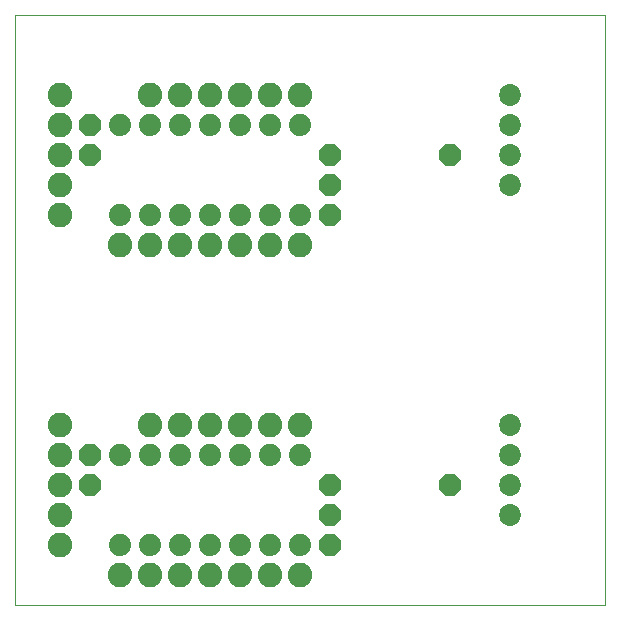
<source format=gbs>
G75*
G70*
%OFA0B0*%
%FSLAX24Y24*%
%IPPOS*%
%LPD*%
%AMOC8*
5,1,8,0,0,1.08239X$1,22.5*
%
%ADD10C,0.0000*%
%ADD11C,0.0740*%
%ADD12OC8,0.0740*%
%ADD13C,0.0730*%
%ADD14C,0.0820*%
D10*
X000150Y000100D02*
X000150Y019785D01*
X019835Y019785D01*
X019835Y000100D01*
X000150Y000100D01*
D11*
X003650Y002100D03*
X004650Y002100D03*
X005650Y002100D03*
X006650Y002100D03*
X007650Y002100D03*
X008650Y002100D03*
X009650Y002100D03*
X009650Y005100D03*
X008650Y005100D03*
X007650Y005100D03*
X006650Y005100D03*
X005650Y005100D03*
X004650Y005100D03*
X003650Y005100D03*
X003650Y013100D03*
X004650Y013100D03*
X005650Y013100D03*
X006650Y013100D03*
X007650Y013100D03*
X008650Y013100D03*
X009650Y013100D03*
X009650Y016100D03*
X008650Y016100D03*
X007650Y016100D03*
X006650Y016100D03*
X005650Y016100D03*
X004650Y016100D03*
X003650Y016100D03*
D12*
X002650Y016100D03*
X002650Y015100D03*
X010650Y015100D03*
X010650Y014100D03*
X010650Y013100D03*
X014650Y015100D03*
X014650Y004100D03*
X010650Y004100D03*
X010650Y003100D03*
X010650Y002100D03*
X002650Y004100D03*
X002650Y005100D03*
D13*
X016650Y005100D03*
X016650Y004100D03*
X016650Y003100D03*
X016650Y006100D03*
X016650Y014100D03*
X016650Y015100D03*
X016650Y016100D03*
X016650Y017100D03*
D14*
X009650Y017100D03*
X008650Y017100D03*
X007650Y017100D03*
X006650Y017100D03*
X005650Y017100D03*
X004650Y017100D03*
X001650Y017100D03*
X001650Y016100D03*
X001650Y015100D03*
X001650Y014100D03*
X001650Y013100D03*
X003650Y012100D03*
X004650Y012100D03*
X005650Y012100D03*
X006650Y012100D03*
X007650Y012100D03*
X008650Y012100D03*
X009650Y012100D03*
X009650Y006100D03*
X008650Y006100D03*
X007650Y006100D03*
X006650Y006100D03*
X005650Y006100D03*
X004650Y006100D03*
X001650Y006100D03*
X001650Y005100D03*
X001650Y004100D03*
X001650Y003100D03*
X001650Y002100D03*
X003650Y001100D03*
X004650Y001100D03*
X005650Y001100D03*
X006650Y001100D03*
X007650Y001100D03*
X008650Y001100D03*
X009650Y001100D03*
M02*

</source>
